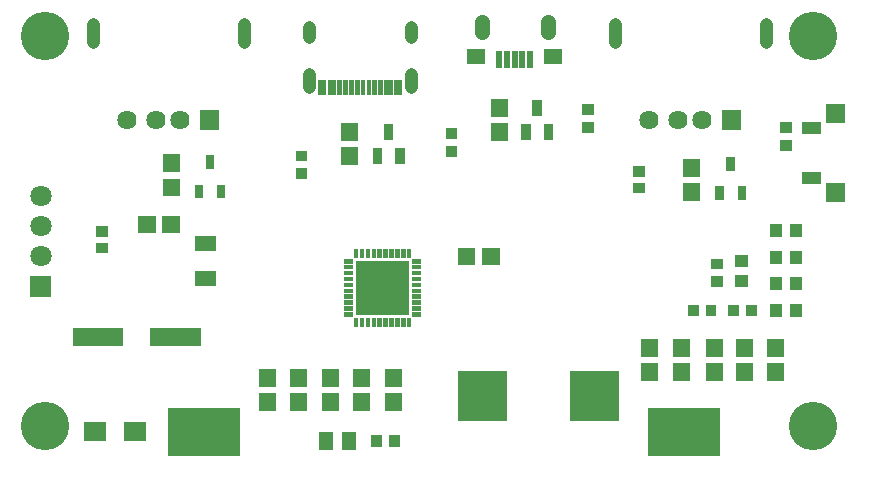
<source format=gts>
G04 Layer: TopSolderMaskLayer*
G04 EasyEDA v6.5.1, 2022-04-03 23:05:39*
G04 0caac7c7161345fe919d254c63c90933,10*
G04 Gerber Generator version 0.2*
G04 Scale: 100 percent, Rotated: No, Reflected: No *
G04 Dimensions in millimeters *
G04 leading zeros omitted , absolute positions ,4 integer and 5 decimal *
%FSLAX45Y45*%
%MOMM*%

%ADD54C,1.1016*%
%ADD55C,1.3015*%
%ADD63C,1.8016*%
%ADD75C,1.6256*%
%ADD82C,4.1016*%

%LPD*%
D54*
X2748203Y5286100D02*
G01*
X2748203Y5436100D01*
X1468221Y5286100D02*
G01*
X1468221Y5436100D01*
X7167803Y5286100D02*
G01*
X7167803Y5436100D01*
X5887821Y5286100D02*
G01*
X5887821Y5436100D01*
X4165803Y5327045D02*
G01*
X4165803Y5407045D01*
X3301796Y4897059D02*
G01*
X3301796Y5007061D01*
X4165803Y4897059D02*
G01*
X4165803Y5007061D01*
X3301796Y5327045D02*
G01*
X3301796Y5407045D01*
D55*
X5321909Y5447969D02*
G01*
X5321909Y5367959D01*
X4761890Y5447995D02*
G01*
X4761890Y5367985D01*
G36*
X1499362Y3631692D02*
G01*
X1499362Y3721862D01*
X1599437Y3721862D01*
X1599437Y3631692D01*
G37*
G36*
X1499362Y3491737D02*
G01*
X1499362Y3581907D01*
X1599437Y3581907D01*
X1599437Y3491737D01*
G37*
G36*
X6045961Y4139692D02*
G01*
X6045961Y4229862D01*
X6146038Y4229862D01*
X6146038Y4139692D01*
G37*
G36*
X6045961Y3999737D02*
G01*
X6045961Y4089907D01*
X6146038Y4089907D01*
X6146038Y3999737D01*
G37*
G36*
X6112256Y2412237D02*
G01*
X6112256Y2563368D01*
X6257543Y2563368D01*
X6257543Y2412237D01*
G37*
G36*
X6112256Y2618231D02*
G01*
X6112256Y2769362D01*
X6257543Y2769362D01*
X6257543Y2618231D01*
G37*
G36*
X6378956Y2412237D02*
G01*
X6378956Y2563368D01*
X6524243Y2563368D01*
X6524243Y2412237D01*
G37*
G36*
X6378956Y2618231D02*
G01*
X6378956Y2769362D01*
X6524243Y2769362D01*
X6524243Y2618231D01*
G37*
G36*
X6912356Y2412237D02*
G01*
X6912356Y2563368D01*
X7057643Y2563368D01*
X7057643Y2412237D01*
G37*
G36*
X6912356Y2618231D02*
G01*
X6912356Y2769362D01*
X7057643Y2769362D01*
X7057643Y2618231D01*
G37*
G36*
X2873756Y2364231D02*
G01*
X2873756Y2515362D01*
X3019043Y2515362D01*
X3019043Y2364231D01*
G37*
G36*
X2873756Y2158237D02*
G01*
X2873756Y2309368D01*
X3019043Y2309368D01*
X3019043Y2158237D01*
G37*
G36*
X3140456Y2364231D02*
G01*
X3140456Y2515362D01*
X3285743Y2515362D01*
X3285743Y2364231D01*
G37*
G36*
X3140456Y2158237D02*
G01*
X3140456Y2309368D01*
X3285743Y2309368D01*
X3285743Y2158237D01*
G37*
G36*
X3407156Y2364231D02*
G01*
X3407156Y2515362D01*
X3552443Y2515362D01*
X3552443Y2364231D01*
G37*
G36*
X3407156Y2158237D02*
G01*
X3407156Y2309368D01*
X3552443Y2309368D01*
X3552443Y2158237D01*
G37*
G36*
X2060956Y4180331D02*
G01*
X2060956Y4331462D01*
X2206243Y4331462D01*
X2206243Y4180331D01*
G37*
G36*
X2060956Y3974337D02*
G01*
X2060956Y4125468D01*
X2206243Y4125468D01*
X2206243Y3974337D01*
G37*
G36*
X1853437Y3661155D02*
G01*
X1853437Y3806444D01*
X2004568Y3806444D01*
X2004568Y3661155D01*
G37*
G36*
X2059431Y3661155D02*
G01*
X2059431Y3806444D01*
X2210561Y3806444D01*
X2210561Y3661155D01*
G37*
G36*
X6467856Y4142231D02*
G01*
X6467856Y4293362D01*
X6613143Y4293362D01*
X6613143Y4142231D01*
G37*
G36*
X6467856Y3936237D02*
G01*
X6467856Y4087368D01*
X6613143Y4087368D01*
X6613143Y3936237D01*
G37*
G36*
X3572256Y4447031D02*
G01*
X3572256Y4598162D01*
X3717543Y4598162D01*
X3717543Y4447031D01*
G37*
G36*
X3572256Y4241037D02*
G01*
X3572256Y4392168D01*
X3717543Y4392168D01*
X3717543Y4241037D01*
G37*
G36*
X3940556Y2364231D02*
G01*
X3940556Y2515362D01*
X4085843Y2515362D01*
X4085843Y2364231D01*
G37*
G36*
X3940556Y2158237D02*
G01*
X3940556Y2309368D01*
X4085843Y2309368D01*
X4085843Y2158237D01*
G37*
G36*
X4842256Y4650231D02*
G01*
X4842256Y4801362D01*
X4987543Y4801362D01*
X4987543Y4650231D01*
G37*
G36*
X4842256Y4444237D02*
G01*
X4842256Y4595368D01*
X4987543Y4595368D01*
X4987543Y4444237D01*
G37*
G36*
X6658356Y2412237D02*
G01*
X6658356Y2563368D01*
X6803643Y2563368D01*
X6803643Y2412237D01*
G37*
G36*
X6658356Y2618231D02*
G01*
X6658356Y2769362D01*
X6803643Y2769362D01*
X6803643Y2618231D01*
G37*
G36*
X1953006Y2706115D02*
G01*
X1953006Y2856484D01*
X2383281Y2856484D01*
X2383281Y2706115D01*
G37*
G36*
X1299718Y2706115D02*
G01*
X1299718Y2856484D01*
X1729994Y2856484D01*
X1729994Y2706115D01*
G37*
G36*
X7375397Y2954781D02*
G01*
X7375397Y3065018D01*
X7475727Y3065018D01*
X7475727Y2954781D01*
G37*
G36*
X7205472Y2954781D02*
G01*
X7205472Y3065018D01*
X7305547Y3065018D01*
X7305547Y2954781D01*
G37*
G36*
X7375397Y3183381D02*
G01*
X7375397Y3293618D01*
X7475727Y3293618D01*
X7475727Y3183381D01*
G37*
G36*
X7205472Y3183381D02*
G01*
X7205472Y3293618D01*
X7305547Y3293618D01*
X7305547Y3183381D01*
G37*
G36*
X7375397Y3399281D02*
G01*
X7375397Y3509518D01*
X7475727Y3509518D01*
X7475727Y3399281D01*
G37*
G36*
X7205472Y3399281D02*
G01*
X7205472Y3509518D01*
X7305547Y3509518D01*
X7305547Y3399281D01*
G37*
G36*
X7375397Y3627881D02*
G01*
X7375397Y3738118D01*
X7475727Y3738118D01*
X7475727Y3627881D01*
G37*
G36*
X7205472Y3627881D02*
G01*
X7205472Y3738118D01*
X7305547Y3738118D01*
X7305547Y3627881D01*
G37*
G36*
X6904481Y3374897D02*
G01*
X6904481Y3475228D01*
X7014718Y3475228D01*
X7014718Y3374897D01*
G37*
G36*
X6904481Y3204971D02*
G01*
X6904481Y3305047D01*
X7014718Y3305047D01*
X7014718Y3204971D01*
G37*
G36*
X938529Y3122929D02*
G01*
X938529Y3303270D01*
X1118870Y3303270D01*
X1118870Y3122929D01*
G37*
D63*
G01*
X1028700Y3467100D03*
G01*
X1028700Y3721100D03*
G01*
X1028700Y3975100D03*
G36*
X7680452Y3928363D02*
G01*
X7680452Y4088384D01*
X7840725Y4088384D01*
X7840725Y3928363D01*
G37*
G36*
X7680452Y4598415D02*
G01*
X7680452Y4758436D01*
X7840725Y4758436D01*
X7840725Y4598415D01*
G37*
G36*
X7475474Y4083304D02*
G01*
X7475474Y4183379D01*
X7635747Y4183379D01*
X7635747Y4083304D01*
G37*
G36*
X7475474Y4503420D02*
G01*
X7475474Y4603495D01*
X7635747Y4603495D01*
X7635747Y4503420D01*
G37*
G36*
X4565141Y2075942D02*
G01*
X4565141Y2496057D01*
X4980177Y2496057D01*
X4980177Y2075942D01*
G37*
G36*
X5510022Y2075942D02*
G01*
X5510022Y2496057D01*
X5925058Y2496057D01*
X5925058Y2075942D01*
G37*
G36*
X2333752Y3958081D02*
G01*
X2333752Y4075176D01*
X2403856Y4075176D01*
X2403856Y3958081D01*
G37*
G36*
X2523743Y3958081D02*
G01*
X2523743Y4075176D01*
X2593847Y4075176D01*
X2593847Y3958081D01*
G37*
G36*
X2428747Y4205223D02*
G01*
X2428747Y4322318D01*
X2498852Y4322318D01*
X2498852Y4205223D01*
G37*
G36*
X6740652Y3945381D02*
G01*
X6740652Y4062476D01*
X6810756Y4062476D01*
X6810756Y3945381D01*
G37*
G36*
X6930643Y3945381D02*
G01*
X6930643Y4062476D01*
X7000747Y4062476D01*
X7000747Y3945381D01*
G37*
G36*
X6835647Y4192523D02*
G01*
X6835647Y4309618D01*
X6905752Y4309618D01*
X6905752Y4192523D01*
G37*
G36*
X3839972Y4251960D02*
G01*
X3839972Y4387087D01*
X3920236Y4387087D01*
X3920236Y4251960D01*
G37*
G36*
X4029963Y4251960D02*
G01*
X4029963Y4387087D01*
X4110227Y4387087D01*
X4110227Y4251960D01*
G37*
G36*
X3934968Y4452112D02*
G01*
X3934968Y4587239D01*
X4015231Y4587239D01*
X4015231Y4452112D01*
G37*
G36*
X5097272Y4455160D02*
G01*
X5097272Y4590287D01*
X5177536Y4590287D01*
X5177536Y4455160D01*
G37*
G36*
X5287263Y4455160D02*
G01*
X5287263Y4590287D01*
X5367527Y4590287D01*
X5367527Y4455160D01*
G37*
G36*
X5192268Y4655312D02*
G01*
X5192268Y4790439D01*
X5272531Y4790439D01*
X5272531Y4655312D01*
G37*
G36*
X2335529Y3511295D02*
G01*
X2335529Y3642360D01*
X2515870Y3642360D01*
X2515870Y3511295D01*
G37*
G36*
X2335529Y3215639D02*
G01*
X2335529Y3346704D01*
X2515870Y3346704D01*
X2515870Y3215639D01*
G37*
G36*
X6508750Y2961639D02*
G01*
X6508750Y3058160D01*
X6599427Y3058160D01*
X6599427Y2961639D01*
G37*
G36*
X6659372Y2961639D02*
G01*
X6659372Y3058160D01*
X6750050Y3058160D01*
X6750050Y2961639D01*
G37*
G36*
X6708140Y3206750D02*
G01*
X6708140Y3297428D01*
X6804659Y3297428D01*
X6804659Y3206750D01*
G37*
G36*
X6708140Y3357371D02*
G01*
X6708140Y3448050D01*
X6804659Y3448050D01*
X6804659Y3357371D01*
G37*
G36*
X7292340Y4513071D02*
G01*
X7292340Y4603750D01*
X7388859Y4603750D01*
X7388859Y4513071D01*
G37*
G36*
X7292340Y4362450D02*
G01*
X7292340Y4453128D01*
X7388859Y4453128D01*
X7388859Y4362450D01*
G37*
G36*
X6851650Y2961639D02*
G01*
X6851650Y3058160D01*
X6942327Y3058160D01*
X6942327Y2961639D01*
G37*
G36*
X7002272Y2961639D02*
G01*
X7002272Y3058160D01*
X7092950Y3058160D01*
X7092950Y2961639D01*
G37*
G36*
X3190240Y4121150D02*
G01*
X3190240Y4211828D01*
X3286759Y4211828D01*
X3286759Y4121150D01*
G37*
G36*
X3190240Y4271771D02*
G01*
X3190240Y4362450D01*
X3286759Y4362450D01*
X3286759Y4271771D01*
G37*
G36*
X4460240Y4311650D02*
G01*
X4460240Y4402328D01*
X4556759Y4402328D01*
X4556759Y4311650D01*
G37*
G36*
X4460240Y4462271D02*
G01*
X4460240Y4552950D01*
X4556759Y4552950D01*
X4556759Y4462271D01*
G37*
G36*
X5615940Y4665471D02*
G01*
X5615940Y4756150D01*
X5712459Y4756150D01*
X5712459Y4665471D01*
G37*
G36*
X5615940Y4514850D02*
G01*
X5615940Y4605528D01*
X5712459Y4605528D01*
X5712459Y4514850D01*
G37*
G36*
X3979672Y1856739D02*
G01*
X3979672Y1953260D01*
X4070350Y1953260D01*
X4070350Y1856739D01*
G37*
G36*
X3829050Y1856739D02*
G01*
X3829050Y1953260D01*
X3919727Y1953260D01*
X3919727Y1856739D01*
G37*
G36*
X3680206Y2871215D02*
G01*
X3680206Y2947923D01*
X3718306Y2947923D01*
X3718306Y2871215D01*
G37*
G36*
X3730243Y2871215D02*
G01*
X3730243Y2947923D01*
X3768343Y2947923D01*
X3768343Y2871215D01*
G37*
G36*
X3780281Y2871215D02*
G01*
X3780281Y2947923D01*
X3818381Y2947923D01*
X3818381Y2871215D01*
G37*
G36*
X3830320Y2871215D02*
G01*
X3830320Y2947923D01*
X3868420Y2947923D01*
X3868420Y2871215D01*
G37*
G36*
X3880104Y2871215D02*
G01*
X3880104Y2947923D01*
X3918458Y2947923D01*
X3918458Y2871215D01*
G37*
G36*
X3930141Y2871215D02*
G01*
X3930141Y2947923D01*
X3968495Y2947923D01*
X3968495Y2871215D01*
G37*
G36*
X3980179Y2871215D02*
G01*
X3980179Y2947923D01*
X4018279Y2947923D01*
X4018279Y2871215D01*
G37*
G36*
X4030218Y2871215D02*
G01*
X4030218Y2947923D01*
X4068318Y2947923D01*
X4068318Y2871215D01*
G37*
G36*
X4080256Y2871215D02*
G01*
X4080256Y2947923D01*
X4118356Y2947923D01*
X4118356Y2871215D01*
G37*
G36*
X4130293Y2871215D02*
G01*
X4130293Y2947923D01*
X4168393Y2947923D01*
X4168393Y2871215D01*
G37*
G36*
X4176775Y2956305D02*
G01*
X4176775Y2994405D01*
X4253484Y2994405D01*
X4253484Y2956305D01*
G37*
G36*
X4176775Y3006344D02*
G01*
X4176775Y3044444D01*
X4253484Y3044444D01*
X4253484Y3006344D01*
G37*
G36*
X4176775Y3056381D02*
G01*
X4176775Y3094481D01*
X4253484Y3094481D01*
X4253484Y3056381D01*
G37*
G36*
X4176775Y3106420D02*
G01*
X4176775Y3144520D01*
X4253484Y3144520D01*
X4253484Y3106420D01*
G37*
G36*
X4176775Y3156204D02*
G01*
X4176775Y3194557D01*
X4253484Y3194557D01*
X4253484Y3156204D01*
G37*
G36*
X4176775Y3206242D02*
G01*
X4176775Y3244595D01*
X4253484Y3244595D01*
X4253484Y3206242D01*
G37*
G36*
X4176775Y3256279D02*
G01*
X4176775Y3294379D01*
X4253484Y3294379D01*
X4253484Y3256279D01*
G37*
G36*
X4176775Y3306318D02*
G01*
X4176775Y3344418D01*
X4253484Y3344418D01*
X4253484Y3306318D01*
G37*
G36*
X4176775Y3356355D02*
G01*
X4176775Y3394455D01*
X4253484Y3394455D01*
X4253484Y3356355D01*
G37*
G36*
X4176775Y3406394D02*
G01*
X4176775Y3444494D01*
X4253484Y3444494D01*
X4253484Y3406394D01*
G37*
G36*
X4130293Y3452876D02*
G01*
X4130293Y3529584D01*
X4168393Y3529584D01*
X4168393Y3452876D01*
G37*
G36*
X4080256Y3452876D02*
G01*
X4080256Y3529584D01*
X4118356Y3529584D01*
X4118356Y3452876D01*
G37*
G36*
X4030218Y3452876D02*
G01*
X4030218Y3529584D01*
X4068318Y3529584D01*
X4068318Y3452876D01*
G37*
G36*
X3980179Y3452876D02*
G01*
X3980179Y3529584D01*
X4018279Y3529584D01*
X4018279Y3452876D01*
G37*
G36*
X3930141Y3452876D02*
G01*
X3930141Y3529584D01*
X3968495Y3529584D01*
X3968495Y3452876D01*
G37*
G36*
X3880104Y3452876D02*
G01*
X3880104Y3529584D01*
X3918458Y3529584D01*
X3918458Y3452876D01*
G37*
G36*
X3830320Y3452876D02*
G01*
X3830320Y3529584D01*
X3868420Y3529584D01*
X3868420Y3452876D01*
G37*
G36*
X3780281Y3452876D02*
G01*
X3780281Y3529584D01*
X3818381Y3529584D01*
X3818381Y3452876D01*
G37*
G36*
X3730243Y3452876D02*
G01*
X3730243Y3529584D01*
X3768343Y3529584D01*
X3768343Y3452876D01*
G37*
G36*
X3680206Y3452876D02*
G01*
X3680206Y3529584D01*
X3718306Y3529584D01*
X3718306Y3452876D01*
G37*
G36*
X3595115Y3406394D02*
G01*
X3595115Y3444494D01*
X3671824Y3444494D01*
X3671824Y3406394D01*
G37*
G36*
X3595115Y3356355D02*
G01*
X3595115Y3394455D01*
X3671824Y3394455D01*
X3671824Y3356355D01*
G37*
G36*
X3595115Y3306318D02*
G01*
X3595115Y3344418D01*
X3671824Y3344418D01*
X3671824Y3306318D01*
G37*
G36*
X3595115Y3256279D02*
G01*
X3595115Y3294379D01*
X3671824Y3294379D01*
X3671824Y3256279D01*
G37*
G36*
X3595115Y3206242D02*
G01*
X3595115Y3244595D01*
X3671824Y3244595D01*
X3671824Y3206242D01*
G37*
G36*
X3595115Y3156204D02*
G01*
X3595115Y3194557D01*
X3671824Y3194557D01*
X3671824Y3156204D01*
G37*
G36*
X3595115Y3106420D02*
G01*
X3595115Y3144520D01*
X3671824Y3144520D01*
X3671824Y3106420D01*
G37*
G36*
X3595115Y3056381D02*
G01*
X3595115Y3094481D01*
X3671824Y3094481D01*
X3671824Y3056381D01*
G37*
G36*
X3595115Y3006344D02*
G01*
X3595115Y3044444D01*
X3671824Y3044444D01*
X3671824Y3006344D01*
G37*
G36*
X3595115Y2956305D02*
G01*
X3595115Y2994405D01*
X3671824Y2994405D01*
X3671824Y2956305D01*
G37*
G36*
X3698240Y2974339D02*
G01*
X3698240Y3426460D01*
X4150359Y3426460D01*
X4150359Y2974339D01*
G37*
D75*
G01*
X1758213Y4621098D03*
G01*
X2008200Y4621098D03*
G01*
X2208199Y4621098D03*
G36*
X2376931Y4539742D02*
G01*
X2376931Y4702302D01*
X2539491Y4702302D01*
X2539491Y4539742D01*
G37*
G01*
X6177813Y4621098D03*
G01*
X6427800Y4621098D03*
G01*
X6627799Y4621098D03*
G36*
X6796531Y4539742D02*
G01*
X6796531Y4702302D01*
X6959091Y4702302D01*
X6959091Y4539742D01*
G37*
G36*
X4018788Y4832095D02*
G01*
X4018788Y4957063D01*
X4088891Y4957063D01*
X4088891Y4832095D01*
G37*
G36*
X3938777Y4832095D02*
G01*
X3938777Y4957063D01*
X4008881Y4957063D01*
X4008881Y4832095D01*
G37*
G36*
X3378708Y4832095D02*
G01*
X3378708Y4957063D01*
X3448811Y4957063D01*
X3448811Y4832095D01*
G37*
G36*
X3458718Y4832095D02*
G01*
X3458718Y4957063D01*
X3528822Y4957063D01*
X3528822Y4832095D01*
G37*
G36*
X3538727Y4832095D02*
G01*
X3538727Y4957063D01*
X3578859Y4957063D01*
X3578859Y4832095D01*
G37*
G36*
X3588765Y4832095D02*
G01*
X3588765Y4957063D01*
X3628897Y4957063D01*
X3628897Y4832095D01*
G37*
G36*
X3638804Y4832095D02*
G01*
X3638804Y4957063D01*
X3678936Y4957063D01*
X3678936Y4832095D01*
G37*
G36*
X3688841Y4832095D02*
G01*
X3688841Y4957063D01*
X3728974Y4957063D01*
X3728974Y4832095D01*
G37*
G36*
X3738625Y4832095D02*
G01*
X3738625Y4957063D01*
X3779011Y4957063D01*
X3779011Y4832095D01*
G37*
G36*
X3788663Y4832095D02*
G01*
X3788663Y4957063D01*
X3828795Y4957063D01*
X3828795Y4832095D01*
G37*
G36*
X3838702Y4832095D02*
G01*
X3838702Y4957063D01*
X3878834Y4957063D01*
X3878834Y4832095D01*
G37*
G36*
X3888740Y4832095D02*
G01*
X3888740Y4957063D01*
X3928872Y4957063D01*
X3928872Y4832095D01*
G37*
G36*
X5146802Y5057902D02*
G01*
X5146802Y5208015D01*
X5197093Y5208015D01*
X5197093Y5057902D01*
G37*
G36*
X5081777Y5057902D02*
G01*
X5081777Y5208015D01*
X5132070Y5208015D01*
X5132070Y5057902D01*
G37*
G36*
X5016754Y5057902D02*
G01*
X5016754Y5208015D01*
X5067045Y5208015D01*
X5067045Y5057902D01*
G37*
G36*
X4951729Y5057902D02*
G01*
X4951729Y5208015D01*
X5002022Y5208015D01*
X5002022Y5057902D01*
G37*
G36*
X4886706Y5057902D02*
G01*
X4886706Y5208015D01*
X4936997Y5208015D01*
X4936997Y5057902D01*
G37*
G36*
X5291836Y5092954D02*
G01*
X5291836Y5223002D01*
X5441950Y5223002D01*
X5441950Y5092954D01*
G37*
G36*
X4641850Y5092954D02*
G01*
X4641850Y5223002D01*
X4791963Y5223002D01*
X4791963Y5092954D01*
G37*
G36*
X3673856Y2158237D02*
G01*
X3673856Y2309368D01*
X3819143Y2309368D01*
X3819143Y2158237D01*
G37*
G36*
X3673856Y2364231D02*
G01*
X3673856Y2515362D01*
X3819143Y2515362D01*
X3819143Y2364231D01*
G37*
G36*
X4764531Y3394455D02*
G01*
X4764531Y3539744D01*
X4915661Y3539744D01*
X4915661Y3394455D01*
G37*
G36*
X4558538Y3394455D02*
G01*
X4558538Y3539744D01*
X4709668Y3539744D01*
X4709668Y3394455D01*
G37*
G36*
X7179056Y2618231D02*
G01*
X7179056Y2769362D01*
X7324343Y2769362D01*
X7324343Y2618231D01*
G37*
G36*
X7179056Y2412237D02*
G01*
X7179056Y2563368D01*
X7324343Y2563368D01*
X7324343Y2412237D01*
G37*
G36*
X3578097Y1831086D02*
G01*
X3578097Y1978913D01*
X3701541Y1978913D01*
X3701541Y1831086D01*
G37*
G36*
X3385058Y1831086D02*
G01*
X3385058Y1978913D01*
X3508502Y1978913D01*
X3508502Y1831086D01*
G37*
D82*
G01*
X1066800Y5334000D03*
G01*
X7569200Y5334000D03*
G01*
X1066800Y2032000D03*
G01*
X7569200Y2032000D03*
G36*
X6171945Y1776221D02*
G01*
X6171945Y2186178D01*
X6782054Y2186178D01*
X6782054Y1776221D01*
G37*
G36*
X2107945Y1776221D02*
G01*
X2107945Y2186178D01*
X2718054Y2186178D01*
X2718054Y1776221D01*
G37*
G36*
X1736344Y1901189D02*
G01*
X1736344Y2061210D01*
X1921255Y2061210D01*
X1921255Y1901189D01*
G37*
G36*
X1393444Y1901189D02*
G01*
X1393444Y2061210D01*
X1578355Y2061210D01*
X1578355Y1901189D01*
G37*
M02*

</source>
